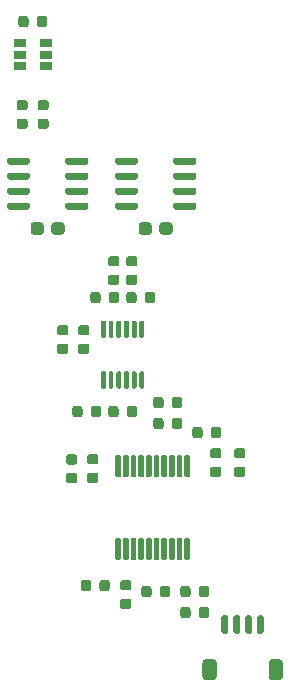
<source format=gtp>
%TF.GenerationSoftware,KiCad,Pcbnew,(5.1.10)-1*%
%TF.CreationDate,2021-06-08T21:02:16-05:00*%
%TF.ProjectId,phMeter,70684d65-7465-4722-9e6b-696361645f70,rev?*%
%TF.SameCoordinates,Original*%
%TF.FileFunction,Paste,Top*%
%TF.FilePolarity,Positive*%
%FSLAX46Y46*%
G04 Gerber Fmt 4.6, Leading zero omitted, Abs format (unit mm)*
G04 Created by KiCad (PCBNEW (5.1.10)-1) date 2021-06-08 21:02:16*
%MOMM*%
%LPD*%
G01*
G04 APERTURE LIST*
%ADD10R,1.060000X0.650000*%
G04 APERTURE END LIST*
%TO.C,R3*%
G36*
G01*
X149608250Y-103333000D02*
X149095750Y-103333000D01*
G75*
G02*
X148877000Y-103114250I0J218750D01*
G01*
X148877000Y-102676750D01*
G75*
G02*
X149095750Y-102458000I218750J0D01*
G01*
X149608250Y-102458000D01*
G75*
G02*
X149827000Y-102676750I0J-218750D01*
G01*
X149827000Y-103114250D01*
G75*
G02*
X149608250Y-103333000I-218750J0D01*
G01*
G37*
G36*
G01*
X149608250Y-101758000D02*
X149095750Y-101758000D01*
G75*
G02*
X148877000Y-101539250I0J218750D01*
G01*
X148877000Y-101101750D01*
G75*
G02*
X149095750Y-100883000I218750J0D01*
G01*
X149608250Y-100883000D01*
G75*
G02*
X149827000Y-101101750I0J-218750D01*
G01*
X149827000Y-101539250D01*
G75*
G02*
X149608250Y-101758000I-218750J0D01*
G01*
G37*
%TD*%
%TO.C,C5*%
G36*
G01*
X150464000Y-104650250D02*
X150464000Y-104137750D01*
G75*
G02*
X150682750Y-103919000I218750J0D01*
G01*
X151120250Y-103919000D01*
G75*
G02*
X151339000Y-104137750I0J-218750D01*
G01*
X151339000Y-104650250D01*
G75*
G02*
X151120250Y-104869000I-218750J0D01*
G01*
X150682750Y-104869000D01*
G75*
G02*
X150464000Y-104650250I0J218750D01*
G01*
G37*
G36*
G01*
X148889000Y-104650250D02*
X148889000Y-104137750D01*
G75*
G02*
X149107750Y-103919000I218750J0D01*
G01*
X149545250Y-103919000D01*
G75*
G02*
X149764000Y-104137750I0J-218750D01*
G01*
X149764000Y-104650250D01*
G75*
G02*
X149545250Y-104869000I-218750J0D01*
G01*
X149107750Y-104869000D01*
G75*
G02*
X148889000Y-104650250I0J218750D01*
G01*
G37*
%TD*%
%TO.C,C1*%
G36*
G01*
X146767000Y-113789750D02*
X146767000Y-114302250D01*
G75*
G02*
X146548250Y-114521000I-218750J0D01*
G01*
X146110750Y-114521000D01*
G75*
G02*
X145892000Y-114302250I0J218750D01*
G01*
X145892000Y-113789750D01*
G75*
G02*
X146110750Y-113571000I218750J0D01*
G01*
X146548250Y-113571000D01*
G75*
G02*
X146767000Y-113789750I0J-218750D01*
G01*
G37*
G36*
G01*
X145192000Y-113789750D02*
X145192000Y-114302250D01*
G75*
G02*
X144973250Y-114521000I-218750J0D01*
G01*
X144535750Y-114521000D01*
G75*
G02*
X144317000Y-114302250I0J218750D01*
G01*
X144317000Y-113789750D01*
G75*
G02*
X144535750Y-113571000I218750J0D01*
G01*
X144973250Y-113571000D01*
G75*
G02*
X145192000Y-113789750I0J-218750D01*
G01*
G37*
%TD*%
%TO.C,C2*%
G36*
G01*
X145031750Y-106725000D02*
X145544250Y-106725000D01*
G75*
G02*
X145763000Y-106943750I0J-218750D01*
G01*
X145763000Y-107381250D01*
G75*
G02*
X145544250Y-107600000I-218750J0D01*
G01*
X145031750Y-107600000D01*
G75*
G02*
X144813000Y-107381250I0J218750D01*
G01*
X144813000Y-106943750D01*
G75*
G02*
X145031750Y-106725000I218750J0D01*
G01*
G37*
G36*
G01*
X145031750Y-108300000D02*
X145544250Y-108300000D01*
G75*
G02*
X145763000Y-108518750I0J-218750D01*
G01*
X145763000Y-108956250D01*
G75*
G02*
X145544250Y-109175000I-218750J0D01*
G01*
X145031750Y-109175000D01*
G75*
G02*
X144813000Y-108956250I0J218750D01*
G01*
X144813000Y-108518750D01*
G75*
G02*
X145031750Y-108300000I218750J0D01*
G01*
G37*
%TD*%
%TO.C,C3*%
G36*
G01*
X143253750Y-108300000D02*
X143766250Y-108300000D01*
G75*
G02*
X143985000Y-108518750I0J-218750D01*
G01*
X143985000Y-108956250D01*
G75*
G02*
X143766250Y-109175000I-218750J0D01*
G01*
X143253750Y-109175000D01*
G75*
G02*
X143035000Y-108956250I0J218750D01*
G01*
X143035000Y-108518750D01*
G75*
G02*
X143253750Y-108300000I218750J0D01*
G01*
G37*
G36*
G01*
X143253750Y-106725000D02*
X143766250Y-106725000D01*
G75*
G02*
X143985000Y-106943750I0J-218750D01*
G01*
X143985000Y-107381250D01*
G75*
G02*
X143766250Y-107600000I-218750J0D01*
G01*
X143253750Y-107600000D01*
G75*
G02*
X143035000Y-107381250I0J218750D01*
G01*
X143035000Y-106943750D01*
G75*
G02*
X143253750Y-106725000I218750J0D01*
G01*
G37*
%TD*%
%TO.C,C4*%
G36*
G01*
X148940000Y-114302250D02*
X148940000Y-113789750D01*
G75*
G02*
X149158750Y-113571000I218750J0D01*
G01*
X149596250Y-113571000D01*
G75*
G02*
X149815000Y-113789750I0J-218750D01*
G01*
X149815000Y-114302250D01*
G75*
G02*
X149596250Y-114521000I-218750J0D01*
G01*
X149158750Y-114521000D01*
G75*
G02*
X148940000Y-114302250I0J218750D01*
G01*
G37*
G36*
G01*
X147365000Y-114302250D02*
X147365000Y-113789750D01*
G75*
G02*
X147583750Y-113571000I218750J0D01*
G01*
X148021250Y-113571000D01*
G75*
G02*
X148240000Y-113789750I0J-218750D01*
G01*
X148240000Y-114302250D01*
G75*
G02*
X148021250Y-114521000I-218750J0D01*
G01*
X147583750Y-114521000D01*
G75*
G02*
X147365000Y-114302250I0J218750D01*
G01*
G37*
%TD*%
%TO.C,C8*%
G36*
G01*
X156052000Y-116080250D02*
X156052000Y-115567750D01*
G75*
G02*
X156270750Y-115349000I218750J0D01*
G01*
X156708250Y-115349000D01*
G75*
G02*
X156927000Y-115567750I0J-218750D01*
G01*
X156927000Y-116080250D01*
G75*
G02*
X156708250Y-116299000I-218750J0D01*
G01*
X156270750Y-116299000D01*
G75*
G02*
X156052000Y-116080250I0J218750D01*
G01*
G37*
G36*
G01*
X154477000Y-116080250D02*
X154477000Y-115567750D01*
G75*
G02*
X154695750Y-115349000I218750J0D01*
G01*
X155133250Y-115349000D01*
G75*
G02*
X155352000Y-115567750I0J-218750D01*
G01*
X155352000Y-116080250D01*
G75*
G02*
X155133250Y-116299000I-218750J0D01*
G01*
X154695750Y-116299000D01*
G75*
G02*
X154477000Y-116080250I0J218750D01*
G01*
G37*
%TD*%
%TO.C,C9*%
G36*
G01*
X144528250Y-120122500D02*
X144015750Y-120122500D01*
G75*
G02*
X143797000Y-119903750I0J218750D01*
G01*
X143797000Y-119466250D01*
G75*
G02*
X144015750Y-119247500I218750J0D01*
G01*
X144528250Y-119247500D01*
G75*
G02*
X144747000Y-119466250I0J-218750D01*
G01*
X144747000Y-119903750D01*
G75*
G02*
X144528250Y-120122500I-218750J0D01*
G01*
G37*
G36*
G01*
X144528250Y-118547500D02*
X144015750Y-118547500D01*
G75*
G02*
X143797000Y-118328750I0J218750D01*
G01*
X143797000Y-117891250D01*
G75*
G02*
X144015750Y-117672500I218750J0D01*
G01*
X144528250Y-117672500D01*
G75*
G02*
X144747000Y-117891250I0J-218750D01*
G01*
X144747000Y-118328750D01*
G75*
G02*
X144528250Y-118547500I-218750J0D01*
G01*
G37*
%TD*%
%TO.C,C10*%
G36*
G01*
X146306250Y-118522000D02*
X145793750Y-118522000D01*
G75*
G02*
X145575000Y-118303250I0J218750D01*
G01*
X145575000Y-117865750D01*
G75*
G02*
X145793750Y-117647000I218750J0D01*
G01*
X146306250Y-117647000D01*
G75*
G02*
X146525000Y-117865750I0J-218750D01*
G01*
X146525000Y-118303250D01*
G75*
G02*
X146306250Y-118522000I-218750J0D01*
G01*
G37*
G36*
G01*
X146306250Y-120097000D02*
X145793750Y-120097000D01*
G75*
G02*
X145575000Y-119878250I0J218750D01*
G01*
X145575000Y-119440750D01*
G75*
G02*
X145793750Y-119222000I218750J0D01*
G01*
X146306250Y-119222000D01*
G75*
G02*
X146525000Y-119440750I0J-218750D01*
G01*
X146525000Y-119878250D01*
G75*
G02*
X146306250Y-120097000I-218750J0D01*
G01*
G37*
%TD*%
%TO.C,C11*%
G36*
G01*
X150159000Y-129542250D02*
X150159000Y-129029750D01*
G75*
G02*
X150377750Y-128811000I218750J0D01*
G01*
X150815250Y-128811000D01*
G75*
G02*
X151034000Y-129029750I0J-218750D01*
G01*
X151034000Y-129542250D01*
G75*
G02*
X150815250Y-129761000I-218750J0D01*
G01*
X150377750Y-129761000D01*
G75*
G02*
X150159000Y-129542250I0J218750D01*
G01*
G37*
G36*
G01*
X151734000Y-129542250D02*
X151734000Y-129029750D01*
G75*
G02*
X151952750Y-128811000I218750J0D01*
G01*
X152390250Y-128811000D01*
G75*
G02*
X152609000Y-129029750I0J-218750D01*
G01*
X152609000Y-129542250D01*
G75*
G02*
X152390250Y-129761000I-218750J0D01*
G01*
X151952750Y-129761000D01*
G75*
G02*
X151734000Y-129542250I0J218750D01*
G01*
G37*
%TD*%
%TO.C,C12*%
G36*
G01*
X155036000Y-129542250D02*
X155036000Y-129029750D01*
G75*
G02*
X155254750Y-128811000I218750J0D01*
G01*
X155692250Y-128811000D01*
G75*
G02*
X155911000Y-129029750I0J-218750D01*
G01*
X155911000Y-129542250D01*
G75*
G02*
X155692250Y-129761000I-218750J0D01*
G01*
X155254750Y-129761000D01*
G75*
G02*
X155036000Y-129542250I0J218750D01*
G01*
G37*
G36*
G01*
X153461000Y-129542250D02*
X153461000Y-129029750D01*
G75*
G02*
X153679750Y-128811000I218750J0D01*
G01*
X154117250Y-128811000D01*
G75*
G02*
X154336000Y-129029750I0J-218750D01*
G01*
X154336000Y-129542250D01*
G75*
G02*
X154117250Y-129761000I-218750J0D01*
G01*
X153679750Y-129761000D01*
G75*
G02*
X153461000Y-129542250I0J218750D01*
G01*
G37*
%TD*%
%TO.C,C13*%
G36*
G01*
X153461000Y-131320250D02*
X153461000Y-130807750D01*
G75*
G02*
X153679750Y-130589000I218750J0D01*
G01*
X154117250Y-130589000D01*
G75*
G02*
X154336000Y-130807750I0J-218750D01*
G01*
X154336000Y-131320250D01*
G75*
G02*
X154117250Y-131539000I-218750J0D01*
G01*
X153679750Y-131539000D01*
G75*
G02*
X153461000Y-131320250I0J218750D01*
G01*
G37*
G36*
G01*
X155036000Y-131320250D02*
X155036000Y-130807750D01*
G75*
G02*
X155254750Y-130589000I218750J0D01*
G01*
X155692250Y-130589000D01*
G75*
G02*
X155911000Y-130807750I0J-218750D01*
G01*
X155911000Y-131320250D01*
G75*
G02*
X155692250Y-131539000I-218750J0D01*
G01*
X155254750Y-131539000D01*
G75*
G02*
X155036000Y-131320250I0J218750D01*
G01*
G37*
%TD*%
%TO.C,C15*%
G36*
G01*
X139745000Y-81282250D02*
X139745000Y-80769750D01*
G75*
G02*
X139963750Y-80551000I218750J0D01*
G01*
X140401250Y-80551000D01*
G75*
G02*
X140620000Y-80769750I0J-218750D01*
G01*
X140620000Y-81282250D01*
G75*
G02*
X140401250Y-81501000I-218750J0D01*
G01*
X139963750Y-81501000D01*
G75*
G02*
X139745000Y-81282250I0J218750D01*
G01*
G37*
G36*
G01*
X141320000Y-81282250D02*
X141320000Y-80769750D01*
G75*
G02*
X141538750Y-80551000I218750J0D01*
G01*
X141976250Y-80551000D01*
G75*
G02*
X142195000Y-80769750I0J-218750D01*
G01*
X142195000Y-81282250D01*
G75*
G02*
X141976250Y-81501000I-218750J0D01*
G01*
X141538750Y-81501000D01*
G75*
G02*
X141320000Y-81282250I0J218750D01*
G01*
G37*
%TD*%
%TO.C,J2*%
G36*
G01*
X160550000Y-131455000D02*
X160550000Y-132705000D01*
G75*
G02*
X160400000Y-132855000I-150000J0D01*
G01*
X160100000Y-132855000D01*
G75*
G02*
X159950000Y-132705000I0J150000D01*
G01*
X159950000Y-131455000D01*
G75*
G02*
X160100000Y-131305000I150000J0D01*
G01*
X160400000Y-131305000D01*
G75*
G02*
X160550000Y-131455000I0J-150000D01*
G01*
G37*
G36*
G01*
X159550000Y-131455000D02*
X159550000Y-132705000D01*
G75*
G02*
X159400000Y-132855000I-150000J0D01*
G01*
X159100000Y-132855000D01*
G75*
G02*
X158950000Y-132705000I0J150000D01*
G01*
X158950000Y-131455000D01*
G75*
G02*
X159100000Y-131305000I150000J0D01*
G01*
X159400000Y-131305000D01*
G75*
G02*
X159550000Y-131455000I0J-150000D01*
G01*
G37*
G36*
G01*
X158550000Y-131455000D02*
X158550000Y-132705000D01*
G75*
G02*
X158400000Y-132855000I-150000J0D01*
G01*
X158100000Y-132855000D01*
G75*
G02*
X157950000Y-132705000I0J150000D01*
G01*
X157950000Y-131455000D01*
G75*
G02*
X158100000Y-131305000I150000J0D01*
G01*
X158400000Y-131305000D01*
G75*
G02*
X158550000Y-131455000I0J-150000D01*
G01*
G37*
G36*
G01*
X157550000Y-131455000D02*
X157550000Y-132705000D01*
G75*
G02*
X157400000Y-132855000I-150000J0D01*
G01*
X157100000Y-132855000D01*
G75*
G02*
X156950000Y-132705000I0J150000D01*
G01*
X156950000Y-131455000D01*
G75*
G02*
X157100000Y-131305000I150000J0D01*
G01*
X157400000Y-131305000D01*
G75*
G02*
X157550000Y-131455000I0J-150000D01*
G01*
G37*
G36*
G01*
X162150000Y-135305000D02*
X162150000Y-136505000D01*
G75*
G02*
X161850000Y-136805000I-300000J0D01*
G01*
X161250000Y-136805000D01*
G75*
G02*
X160950000Y-136505000I0J300000D01*
G01*
X160950000Y-135305000D01*
G75*
G02*
X161250000Y-135005000I300000J0D01*
G01*
X161850000Y-135005000D01*
G75*
G02*
X162150000Y-135305000I0J-300000D01*
G01*
G37*
G36*
G01*
X156550000Y-135305000D02*
X156550000Y-136505000D01*
G75*
G02*
X156250000Y-136805000I-300000J0D01*
G01*
X155650000Y-136805000D01*
G75*
G02*
X155350000Y-136505000I0J300000D01*
G01*
X155350000Y-135305000D01*
G75*
G02*
X155650000Y-135005000I300000J0D01*
G01*
X156250000Y-135005000D01*
G75*
G02*
X156550000Y-135305000I0J-300000D01*
G01*
G37*
%TD*%
%TO.C,R1*%
G36*
G01*
X152050000Y-113027750D02*
X152050000Y-113540250D01*
G75*
G02*
X151831250Y-113759000I-218750J0D01*
G01*
X151393750Y-113759000D01*
G75*
G02*
X151175000Y-113540250I0J218750D01*
G01*
X151175000Y-113027750D01*
G75*
G02*
X151393750Y-112809000I218750J0D01*
G01*
X151831250Y-112809000D01*
G75*
G02*
X152050000Y-113027750I0J-218750D01*
G01*
G37*
G36*
G01*
X153625000Y-113027750D02*
X153625000Y-113540250D01*
G75*
G02*
X153406250Y-113759000I-218750J0D01*
G01*
X152968750Y-113759000D01*
G75*
G02*
X152750000Y-113540250I0J218750D01*
G01*
X152750000Y-113027750D01*
G75*
G02*
X152968750Y-112809000I218750J0D01*
G01*
X153406250Y-112809000D01*
G75*
G02*
X153625000Y-113027750I0J-218750D01*
G01*
G37*
%TD*%
%TO.C,R2*%
G36*
G01*
X153625000Y-114805750D02*
X153625000Y-115318250D01*
G75*
G02*
X153406250Y-115537000I-218750J0D01*
G01*
X152968750Y-115537000D01*
G75*
G02*
X152750000Y-115318250I0J218750D01*
G01*
X152750000Y-114805750D01*
G75*
G02*
X152968750Y-114587000I218750J0D01*
G01*
X153406250Y-114587000D01*
G75*
G02*
X153625000Y-114805750I0J-218750D01*
G01*
G37*
G36*
G01*
X152050000Y-114805750D02*
X152050000Y-115318250D01*
G75*
G02*
X151831250Y-115537000I-218750J0D01*
G01*
X151393750Y-115537000D01*
G75*
G02*
X151175000Y-115318250I0J218750D01*
G01*
X151175000Y-114805750D01*
G75*
G02*
X151393750Y-114587000I218750J0D01*
G01*
X151831250Y-114587000D01*
G75*
G02*
X152050000Y-114805750I0J-218750D01*
G01*
G37*
%TD*%
%TO.C,R5*%
G36*
G01*
X145053500Y-129034250D02*
X145053500Y-128521750D01*
G75*
G02*
X145272250Y-128303000I218750J0D01*
G01*
X145709750Y-128303000D01*
G75*
G02*
X145928500Y-128521750I0J-218750D01*
G01*
X145928500Y-129034250D01*
G75*
G02*
X145709750Y-129253000I-218750J0D01*
G01*
X145272250Y-129253000D01*
G75*
G02*
X145053500Y-129034250I0J218750D01*
G01*
G37*
G36*
G01*
X146628500Y-129034250D02*
X146628500Y-128521750D01*
G75*
G02*
X146847250Y-128303000I218750J0D01*
G01*
X147284750Y-128303000D01*
G75*
G02*
X147503500Y-128521750I0J-218750D01*
G01*
X147503500Y-129034250D01*
G75*
G02*
X147284750Y-129253000I-218750J0D01*
G01*
X146847250Y-129253000D01*
G75*
G02*
X146628500Y-129034250I0J218750D01*
G01*
G37*
%TD*%
%TO.C,R6*%
G36*
G01*
X149100250Y-129190000D02*
X148587750Y-129190000D01*
G75*
G02*
X148369000Y-128971250I0J218750D01*
G01*
X148369000Y-128533750D01*
G75*
G02*
X148587750Y-128315000I218750J0D01*
G01*
X149100250Y-128315000D01*
G75*
G02*
X149319000Y-128533750I0J-218750D01*
G01*
X149319000Y-128971250D01*
G75*
G02*
X149100250Y-129190000I-218750J0D01*
G01*
G37*
G36*
G01*
X149100250Y-130765000D02*
X148587750Y-130765000D01*
G75*
G02*
X148369000Y-130546250I0J218750D01*
G01*
X148369000Y-130108750D01*
G75*
G02*
X148587750Y-129890000I218750J0D01*
G01*
X149100250Y-129890000D01*
G75*
G02*
X149319000Y-130108750I0J-218750D01*
G01*
X149319000Y-130546250D01*
G75*
G02*
X149100250Y-130765000I-218750J0D01*
G01*
G37*
%TD*%
%TO.C,R7*%
G36*
G01*
X156207750Y-117139000D02*
X156720250Y-117139000D01*
G75*
G02*
X156939000Y-117357750I0J-218750D01*
G01*
X156939000Y-117795250D01*
G75*
G02*
X156720250Y-118014000I-218750J0D01*
G01*
X156207750Y-118014000D01*
G75*
G02*
X155989000Y-117795250I0J218750D01*
G01*
X155989000Y-117357750D01*
G75*
G02*
X156207750Y-117139000I218750J0D01*
G01*
G37*
G36*
G01*
X156207750Y-118714000D02*
X156720250Y-118714000D01*
G75*
G02*
X156939000Y-118932750I0J-218750D01*
G01*
X156939000Y-119370250D01*
G75*
G02*
X156720250Y-119589000I-218750J0D01*
G01*
X156207750Y-119589000D01*
G75*
G02*
X155989000Y-119370250I0J218750D01*
G01*
X155989000Y-118932750D01*
G75*
G02*
X156207750Y-118714000I218750J0D01*
G01*
G37*
%TD*%
%TO.C,R8*%
G36*
G01*
X158752250Y-118014000D02*
X158239750Y-118014000D01*
G75*
G02*
X158021000Y-117795250I0J218750D01*
G01*
X158021000Y-117357750D01*
G75*
G02*
X158239750Y-117139000I218750J0D01*
G01*
X158752250Y-117139000D01*
G75*
G02*
X158971000Y-117357750I0J-218750D01*
G01*
X158971000Y-117795250D01*
G75*
G02*
X158752250Y-118014000I-218750J0D01*
G01*
G37*
G36*
G01*
X158752250Y-119589000D02*
X158239750Y-119589000D01*
G75*
G02*
X158021000Y-119370250I0J218750D01*
G01*
X158021000Y-118932750D01*
G75*
G02*
X158239750Y-118714000I218750J0D01*
G01*
X158752250Y-118714000D01*
G75*
G02*
X158971000Y-118932750I0J-218750D01*
G01*
X158971000Y-119370250D01*
G75*
G02*
X158752250Y-119589000I-218750J0D01*
G01*
G37*
%TD*%
%TO.C,U2*%
G36*
G01*
X152884000Y-92987000D02*
X152884000Y-92687000D01*
G75*
G02*
X153034000Y-92537000I150000J0D01*
G01*
X154684000Y-92537000D01*
G75*
G02*
X154834000Y-92687000I0J-150000D01*
G01*
X154834000Y-92987000D01*
G75*
G02*
X154684000Y-93137000I-150000J0D01*
G01*
X153034000Y-93137000D01*
G75*
G02*
X152884000Y-92987000I0J150000D01*
G01*
G37*
G36*
G01*
X152884000Y-94257000D02*
X152884000Y-93957000D01*
G75*
G02*
X153034000Y-93807000I150000J0D01*
G01*
X154684000Y-93807000D01*
G75*
G02*
X154834000Y-93957000I0J-150000D01*
G01*
X154834000Y-94257000D01*
G75*
G02*
X154684000Y-94407000I-150000J0D01*
G01*
X153034000Y-94407000D01*
G75*
G02*
X152884000Y-94257000I0J150000D01*
G01*
G37*
G36*
G01*
X152884000Y-95527000D02*
X152884000Y-95227000D01*
G75*
G02*
X153034000Y-95077000I150000J0D01*
G01*
X154684000Y-95077000D01*
G75*
G02*
X154834000Y-95227000I0J-150000D01*
G01*
X154834000Y-95527000D01*
G75*
G02*
X154684000Y-95677000I-150000J0D01*
G01*
X153034000Y-95677000D01*
G75*
G02*
X152884000Y-95527000I0J150000D01*
G01*
G37*
G36*
G01*
X152884000Y-96797000D02*
X152884000Y-96497000D01*
G75*
G02*
X153034000Y-96347000I150000J0D01*
G01*
X154684000Y-96347000D01*
G75*
G02*
X154834000Y-96497000I0J-150000D01*
G01*
X154834000Y-96797000D01*
G75*
G02*
X154684000Y-96947000I-150000J0D01*
G01*
X153034000Y-96947000D01*
G75*
G02*
X152884000Y-96797000I0J150000D01*
G01*
G37*
G36*
G01*
X147934000Y-96797000D02*
X147934000Y-96497000D01*
G75*
G02*
X148084000Y-96347000I150000J0D01*
G01*
X149734000Y-96347000D01*
G75*
G02*
X149884000Y-96497000I0J-150000D01*
G01*
X149884000Y-96797000D01*
G75*
G02*
X149734000Y-96947000I-150000J0D01*
G01*
X148084000Y-96947000D01*
G75*
G02*
X147934000Y-96797000I0J150000D01*
G01*
G37*
G36*
G01*
X147934000Y-95527000D02*
X147934000Y-95227000D01*
G75*
G02*
X148084000Y-95077000I150000J0D01*
G01*
X149734000Y-95077000D01*
G75*
G02*
X149884000Y-95227000I0J-150000D01*
G01*
X149884000Y-95527000D01*
G75*
G02*
X149734000Y-95677000I-150000J0D01*
G01*
X148084000Y-95677000D01*
G75*
G02*
X147934000Y-95527000I0J150000D01*
G01*
G37*
G36*
G01*
X147934000Y-94257000D02*
X147934000Y-93957000D01*
G75*
G02*
X148084000Y-93807000I150000J0D01*
G01*
X149734000Y-93807000D01*
G75*
G02*
X149884000Y-93957000I0J-150000D01*
G01*
X149884000Y-94257000D01*
G75*
G02*
X149734000Y-94407000I-150000J0D01*
G01*
X148084000Y-94407000D01*
G75*
G02*
X147934000Y-94257000I0J150000D01*
G01*
G37*
G36*
G01*
X147934000Y-92987000D02*
X147934000Y-92687000D01*
G75*
G02*
X148084000Y-92537000I150000J0D01*
G01*
X149734000Y-92537000D01*
G75*
G02*
X149884000Y-92687000I0J-150000D01*
G01*
X149884000Y-92987000D01*
G75*
G02*
X149734000Y-93137000I-150000J0D01*
G01*
X148084000Y-93137000D01*
G75*
G02*
X147934000Y-92987000I0J150000D01*
G01*
G37*
%TD*%
%TO.C,U4*%
G36*
G01*
X138790000Y-92987000D02*
X138790000Y-92687000D01*
G75*
G02*
X138940000Y-92537000I150000J0D01*
G01*
X140590000Y-92537000D01*
G75*
G02*
X140740000Y-92687000I0J-150000D01*
G01*
X140740000Y-92987000D01*
G75*
G02*
X140590000Y-93137000I-150000J0D01*
G01*
X138940000Y-93137000D01*
G75*
G02*
X138790000Y-92987000I0J150000D01*
G01*
G37*
G36*
G01*
X138790000Y-94257000D02*
X138790000Y-93957000D01*
G75*
G02*
X138940000Y-93807000I150000J0D01*
G01*
X140590000Y-93807000D01*
G75*
G02*
X140740000Y-93957000I0J-150000D01*
G01*
X140740000Y-94257000D01*
G75*
G02*
X140590000Y-94407000I-150000J0D01*
G01*
X138940000Y-94407000D01*
G75*
G02*
X138790000Y-94257000I0J150000D01*
G01*
G37*
G36*
G01*
X138790000Y-95527000D02*
X138790000Y-95227000D01*
G75*
G02*
X138940000Y-95077000I150000J0D01*
G01*
X140590000Y-95077000D01*
G75*
G02*
X140740000Y-95227000I0J-150000D01*
G01*
X140740000Y-95527000D01*
G75*
G02*
X140590000Y-95677000I-150000J0D01*
G01*
X138940000Y-95677000D01*
G75*
G02*
X138790000Y-95527000I0J150000D01*
G01*
G37*
G36*
G01*
X138790000Y-96797000D02*
X138790000Y-96497000D01*
G75*
G02*
X138940000Y-96347000I150000J0D01*
G01*
X140590000Y-96347000D01*
G75*
G02*
X140740000Y-96497000I0J-150000D01*
G01*
X140740000Y-96797000D01*
G75*
G02*
X140590000Y-96947000I-150000J0D01*
G01*
X138940000Y-96947000D01*
G75*
G02*
X138790000Y-96797000I0J150000D01*
G01*
G37*
G36*
G01*
X143740000Y-96797000D02*
X143740000Y-96497000D01*
G75*
G02*
X143890000Y-96347000I150000J0D01*
G01*
X145540000Y-96347000D01*
G75*
G02*
X145690000Y-96497000I0J-150000D01*
G01*
X145690000Y-96797000D01*
G75*
G02*
X145540000Y-96947000I-150000J0D01*
G01*
X143890000Y-96947000D01*
G75*
G02*
X143740000Y-96797000I0J150000D01*
G01*
G37*
G36*
G01*
X143740000Y-95527000D02*
X143740000Y-95227000D01*
G75*
G02*
X143890000Y-95077000I150000J0D01*
G01*
X145540000Y-95077000D01*
G75*
G02*
X145690000Y-95227000I0J-150000D01*
G01*
X145690000Y-95527000D01*
G75*
G02*
X145540000Y-95677000I-150000J0D01*
G01*
X143890000Y-95677000D01*
G75*
G02*
X143740000Y-95527000I0J150000D01*
G01*
G37*
G36*
G01*
X143740000Y-94257000D02*
X143740000Y-93957000D01*
G75*
G02*
X143890000Y-93807000I150000J0D01*
G01*
X145540000Y-93807000D01*
G75*
G02*
X145690000Y-93957000I0J-150000D01*
G01*
X145690000Y-94257000D01*
G75*
G02*
X145540000Y-94407000I-150000J0D01*
G01*
X143890000Y-94407000D01*
G75*
G02*
X143740000Y-94257000I0J150000D01*
G01*
G37*
G36*
G01*
X143740000Y-92987000D02*
X143740000Y-92687000D01*
G75*
G02*
X143890000Y-92537000I150000J0D01*
G01*
X145540000Y-92537000D01*
G75*
G02*
X145690000Y-92687000I0J-150000D01*
G01*
X145690000Y-92987000D01*
G75*
G02*
X145540000Y-93137000I-150000J0D01*
G01*
X143890000Y-93137000D01*
G75*
G02*
X143740000Y-92987000I0J150000D01*
G01*
G37*
%TD*%
%TO.C,U3*%
G36*
G01*
X148330000Y-126624000D02*
X148080000Y-126624000D01*
G75*
G02*
X147955000Y-126499000I0J125000D01*
G01*
X147955000Y-124849000D01*
G75*
G02*
X148080000Y-124724000I125000J0D01*
G01*
X148330000Y-124724000D01*
G75*
G02*
X148455000Y-124849000I0J-125000D01*
G01*
X148455000Y-126499000D01*
G75*
G02*
X148330000Y-126624000I-125000J0D01*
G01*
G37*
G36*
G01*
X148980000Y-126624000D02*
X148730000Y-126624000D01*
G75*
G02*
X148605000Y-126499000I0J125000D01*
G01*
X148605000Y-124849000D01*
G75*
G02*
X148730000Y-124724000I125000J0D01*
G01*
X148980000Y-124724000D01*
G75*
G02*
X149105000Y-124849000I0J-125000D01*
G01*
X149105000Y-126499000D01*
G75*
G02*
X148980000Y-126624000I-125000J0D01*
G01*
G37*
G36*
G01*
X149630000Y-126624000D02*
X149380000Y-126624000D01*
G75*
G02*
X149255000Y-126499000I0J125000D01*
G01*
X149255000Y-124849000D01*
G75*
G02*
X149380000Y-124724000I125000J0D01*
G01*
X149630000Y-124724000D01*
G75*
G02*
X149755000Y-124849000I0J-125000D01*
G01*
X149755000Y-126499000D01*
G75*
G02*
X149630000Y-126624000I-125000J0D01*
G01*
G37*
G36*
G01*
X150280000Y-126624000D02*
X150030000Y-126624000D01*
G75*
G02*
X149905000Y-126499000I0J125000D01*
G01*
X149905000Y-124849000D01*
G75*
G02*
X150030000Y-124724000I125000J0D01*
G01*
X150280000Y-124724000D01*
G75*
G02*
X150405000Y-124849000I0J-125000D01*
G01*
X150405000Y-126499000D01*
G75*
G02*
X150280000Y-126624000I-125000J0D01*
G01*
G37*
G36*
G01*
X150930000Y-126624000D02*
X150680000Y-126624000D01*
G75*
G02*
X150555000Y-126499000I0J125000D01*
G01*
X150555000Y-124849000D01*
G75*
G02*
X150680000Y-124724000I125000J0D01*
G01*
X150930000Y-124724000D01*
G75*
G02*
X151055000Y-124849000I0J-125000D01*
G01*
X151055000Y-126499000D01*
G75*
G02*
X150930000Y-126624000I-125000J0D01*
G01*
G37*
G36*
G01*
X151580000Y-126624000D02*
X151330000Y-126624000D01*
G75*
G02*
X151205000Y-126499000I0J125000D01*
G01*
X151205000Y-124849000D01*
G75*
G02*
X151330000Y-124724000I125000J0D01*
G01*
X151580000Y-124724000D01*
G75*
G02*
X151705000Y-124849000I0J-125000D01*
G01*
X151705000Y-126499000D01*
G75*
G02*
X151580000Y-126624000I-125000J0D01*
G01*
G37*
G36*
G01*
X152230000Y-126624000D02*
X151980000Y-126624000D01*
G75*
G02*
X151855000Y-126499000I0J125000D01*
G01*
X151855000Y-124849000D01*
G75*
G02*
X151980000Y-124724000I125000J0D01*
G01*
X152230000Y-124724000D01*
G75*
G02*
X152355000Y-124849000I0J-125000D01*
G01*
X152355000Y-126499000D01*
G75*
G02*
X152230000Y-126624000I-125000J0D01*
G01*
G37*
G36*
G01*
X152880000Y-126624000D02*
X152630000Y-126624000D01*
G75*
G02*
X152505000Y-126499000I0J125000D01*
G01*
X152505000Y-124849000D01*
G75*
G02*
X152630000Y-124724000I125000J0D01*
G01*
X152880000Y-124724000D01*
G75*
G02*
X153005000Y-124849000I0J-125000D01*
G01*
X153005000Y-126499000D01*
G75*
G02*
X152880000Y-126624000I-125000J0D01*
G01*
G37*
G36*
G01*
X153530000Y-126624000D02*
X153280000Y-126624000D01*
G75*
G02*
X153155000Y-126499000I0J125000D01*
G01*
X153155000Y-124849000D01*
G75*
G02*
X153280000Y-124724000I125000J0D01*
G01*
X153530000Y-124724000D01*
G75*
G02*
X153655000Y-124849000I0J-125000D01*
G01*
X153655000Y-126499000D01*
G75*
G02*
X153530000Y-126624000I-125000J0D01*
G01*
G37*
G36*
G01*
X154180000Y-126624000D02*
X153930000Y-126624000D01*
G75*
G02*
X153805000Y-126499000I0J125000D01*
G01*
X153805000Y-124849000D01*
G75*
G02*
X153930000Y-124724000I125000J0D01*
G01*
X154180000Y-124724000D01*
G75*
G02*
X154305000Y-124849000I0J-125000D01*
G01*
X154305000Y-126499000D01*
G75*
G02*
X154180000Y-126624000I-125000J0D01*
G01*
G37*
G36*
G01*
X154180000Y-119624000D02*
X153930000Y-119624000D01*
G75*
G02*
X153805000Y-119499000I0J125000D01*
G01*
X153805000Y-117849000D01*
G75*
G02*
X153930000Y-117724000I125000J0D01*
G01*
X154180000Y-117724000D01*
G75*
G02*
X154305000Y-117849000I0J-125000D01*
G01*
X154305000Y-119499000D01*
G75*
G02*
X154180000Y-119624000I-125000J0D01*
G01*
G37*
G36*
G01*
X153530000Y-119624000D02*
X153280000Y-119624000D01*
G75*
G02*
X153155000Y-119499000I0J125000D01*
G01*
X153155000Y-117849000D01*
G75*
G02*
X153280000Y-117724000I125000J0D01*
G01*
X153530000Y-117724000D01*
G75*
G02*
X153655000Y-117849000I0J-125000D01*
G01*
X153655000Y-119499000D01*
G75*
G02*
X153530000Y-119624000I-125000J0D01*
G01*
G37*
G36*
G01*
X152880000Y-119624000D02*
X152630000Y-119624000D01*
G75*
G02*
X152505000Y-119499000I0J125000D01*
G01*
X152505000Y-117849000D01*
G75*
G02*
X152630000Y-117724000I125000J0D01*
G01*
X152880000Y-117724000D01*
G75*
G02*
X153005000Y-117849000I0J-125000D01*
G01*
X153005000Y-119499000D01*
G75*
G02*
X152880000Y-119624000I-125000J0D01*
G01*
G37*
G36*
G01*
X152230000Y-119624000D02*
X151980000Y-119624000D01*
G75*
G02*
X151855000Y-119499000I0J125000D01*
G01*
X151855000Y-117849000D01*
G75*
G02*
X151980000Y-117724000I125000J0D01*
G01*
X152230000Y-117724000D01*
G75*
G02*
X152355000Y-117849000I0J-125000D01*
G01*
X152355000Y-119499000D01*
G75*
G02*
X152230000Y-119624000I-125000J0D01*
G01*
G37*
G36*
G01*
X151580000Y-119624000D02*
X151330000Y-119624000D01*
G75*
G02*
X151205000Y-119499000I0J125000D01*
G01*
X151205000Y-117849000D01*
G75*
G02*
X151330000Y-117724000I125000J0D01*
G01*
X151580000Y-117724000D01*
G75*
G02*
X151705000Y-117849000I0J-125000D01*
G01*
X151705000Y-119499000D01*
G75*
G02*
X151580000Y-119624000I-125000J0D01*
G01*
G37*
G36*
G01*
X150930000Y-119624000D02*
X150680000Y-119624000D01*
G75*
G02*
X150555000Y-119499000I0J125000D01*
G01*
X150555000Y-117849000D01*
G75*
G02*
X150680000Y-117724000I125000J0D01*
G01*
X150930000Y-117724000D01*
G75*
G02*
X151055000Y-117849000I0J-125000D01*
G01*
X151055000Y-119499000D01*
G75*
G02*
X150930000Y-119624000I-125000J0D01*
G01*
G37*
G36*
G01*
X150280000Y-119624000D02*
X150030000Y-119624000D01*
G75*
G02*
X149905000Y-119499000I0J125000D01*
G01*
X149905000Y-117849000D01*
G75*
G02*
X150030000Y-117724000I125000J0D01*
G01*
X150280000Y-117724000D01*
G75*
G02*
X150405000Y-117849000I0J-125000D01*
G01*
X150405000Y-119499000D01*
G75*
G02*
X150280000Y-119624000I-125000J0D01*
G01*
G37*
G36*
G01*
X149630000Y-119624000D02*
X149380000Y-119624000D01*
G75*
G02*
X149255000Y-119499000I0J125000D01*
G01*
X149255000Y-117849000D01*
G75*
G02*
X149380000Y-117724000I125000J0D01*
G01*
X149630000Y-117724000D01*
G75*
G02*
X149755000Y-117849000I0J-125000D01*
G01*
X149755000Y-119499000D01*
G75*
G02*
X149630000Y-119624000I-125000J0D01*
G01*
G37*
G36*
G01*
X148980000Y-119624000D02*
X148730000Y-119624000D01*
G75*
G02*
X148605000Y-119499000I0J125000D01*
G01*
X148605000Y-117849000D01*
G75*
G02*
X148730000Y-117724000I125000J0D01*
G01*
X148980000Y-117724000D01*
G75*
G02*
X149105000Y-117849000I0J-125000D01*
G01*
X149105000Y-119499000D01*
G75*
G02*
X148980000Y-119624000I-125000J0D01*
G01*
G37*
G36*
G01*
X148330000Y-119624000D02*
X148080000Y-119624000D01*
G75*
G02*
X147955000Y-119499000I0J125000D01*
G01*
X147955000Y-117849000D01*
G75*
G02*
X148080000Y-117724000I125000J0D01*
G01*
X148330000Y-117724000D01*
G75*
G02*
X148455000Y-117849000I0J-125000D01*
G01*
X148455000Y-119499000D01*
G75*
G02*
X148330000Y-119624000I-125000J0D01*
G01*
G37*
%TD*%
D10*
%TO.C,U5*%
X142070000Y-84770000D03*
X142070000Y-83820000D03*
X142070000Y-82870000D03*
X139870000Y-82870000D03*
X139870000Y-84770000D03*
X139870000Y-83820000D03*
%TD*%
%TO.C,C6*%
G36*
G01*
X148291000Y-104137750D02*
X148291000Y-104650250D01*
G75*
G02*
X148072250Y-104869000I-218750J0D01*
G01*
X147634750Y-104869000D01*
G75*
G02*
X147416000Y-104650250I0J218750D01*
G01*
X147416000Y-104137750D01*
G75*
G02*
X147634750Y-103919000I218750J0D01*
G01*
X148072250Y-103919000D01*
G75*
G02*
X148291000Y-104137750I0J-218750D01*
G01*
G37*
G36*
G01*
X146716000Y-104137750D02*
X146716000Y-104650250D01*
G75*
G02*
X146497250Y-104869000I-218750J0D01*
G01*
X146059750Y-104869000D01*
G75*
G02*
X145841000Y-104650250I0J218750D01*
G01*
X145841000Y-104137750D01*
G75*
G02*
X146059750Y-103919000I218750J0D01*
G01*
X146497250Y-103919000D01*
G75*
G02*
X146716000Y-104137750I0J-218750D01*
G01*
G37*
%TD*%
%TO.C,C7*%
G36*
G01*
X151059000Y-98276999D02*
X151059000Y-98827001D01*
G75*
G02*
X150809001Y-99077000I-249999J0D01*
G01*
X150183999Y-99077000D01*
G75*
G02*
X149934000Y-98827001I0J249999D01*
G01*
X149934000Y-98276999D01*
G75*
G02*
X150183999Y-98027000I249999J0D01*
G01*
X150809001Y-98027000D01*
G75*
G02*
X151059000Y-98276999I0J-249999D01*
G01*
G37*
G36*
G01*
X152834000Y-98276999D02*
X152834000Y-98827001D01*
G75*
G02*
X152584001Y-99077000I-249999J0D01*
G01*
X151958999Y-99077000D01*
G75*
G02*
X151709000Y-98827001I0J249999D01*
G01*
X151709000Y-98276999D01*
G75*
G02*
X151958999Y-98027000I249999J0D01*
G01*
X152584001Y-98027000D01*
G75*
G02*
X152834000Y-98276999I0J-249999D01*
G01*
G37*
%TD*%
%TO.C,C14*%
G36*
G01*
X143690000Y-98276999D02*
X143690000Y-98827001D01*
G75*
G02*
X143440001Y-99077000I-249999J0D01*
G01*
X142814999Y-99077000D01*
G75*
G02*
X142565000Y-98827001I0J249999D01*
G01*
X142565000Y-98276999D01*
G75*
G02*
X142814999Y-98027000I249999J0D01*
G01*
X143440001Y-98027000D01*
G75*
G02*
X143690000Y-98276999I0J-249999D01*
G01*
G37*
G36*
G01*
X141915000Y-98276999D02*
X141915000Y-98827001D01*
G75*
G02*
X141665001Y-99077000I-249999J0D01*
G01*
X141039999Y-99077000D01*
G75*
G02*
X140790000Y-98827001I0J249999D01*
G01*
X140790000Y-98276999D01*
G75*
G02*
X141039999Y-98027000I249999J0D01*
G01*
X141665001Y-98027000D01*
G75*
G02*
X141915000Y-98276999I0J-249999D01*
G01*
G37*
%TD*%
%TO.C,R4*%
G36*
G01*
X148084250Y-103333000D02*
X147571750Y-103333000D01*
G75*
G02*
X147353000Y-103114250I0J218750D01*
G01*
X147353000Y-102676750D01*
G75*
G02*
X147571750Y-102458000I218750J0D01*
G01*
X148084250Y-102458000D01*
G75*
G02*
X148303000Y-102676750I0J-218750D01*
G01*
X148303000Y-103114250D01*
G75*
G02*
X148084250Y-103333000I-218750J0D01*
G01*
G37*
G36*
G01*
X148084250Y-101758000D02*
X147571750Y-101758000D01*
G75*
G02*
X147353000Y-101539250I0J218750D01*
G01*
X147353000Y-101101750D01*
G75*
G02*
X147571750Y-100883000I218750J0D01*
G01*
X148084250Y-100883000D01*
G75*
G02*
X148303000Y-101101750I0J-218750D01*
G01*
X148303000Y-101539250D01*
G75*
G02*
X148084250Y-101758000I-218750J0D01*
G01*
G37*
%TD*%
%TO.C,R9*%
G36*
G01*
X141602750Y-87675000D02*
X142115250Y-87675000D01*
G75*
G02*
X142334000Y-87893750I0J-218750D01*
G01*
X142334000Y-88331250D01*
G75*
G02*
X142115250Y-88550000I-218750J0D01*
G01*
X141602750Y-88550000D01*
G75*
G02*
X141384000Y-88331250I0J218750D01*
G01*
X141384000Y-87893750D01*
G75*
G02*
X141602750Y-87675000I218750J0D01*
G01*
G37*
G36*
G01*
X141602750Y-89250000D02*
X142115250Y-89250000D01*
G75*
G02*
X142334000Y-89468750I0J-218750D01*
G01*
X142334000Y-89906250D01*
G75*
G02*
X142115250Y-90125000I-218750J0D01*
G01*
X141602750Y-90125000D01*
G75*
G02*
X141384000Y-89906250I0J218750D01*
G01*
X141384000Y-89468750D01*
G75*
G02*
X141602750Y-89250000I218750J0D01*
G01*
G37*
%TD*%
%TO.C,R10*%
G36*
G01*
X140337250Y-88550000D02*
X139824750Y-88550000D01*
G75*
G02*
X139606000Y-88331250I0J218750D01*
G01*
X139606000Y-87893750D01*
G75*
G02*
X139824750Y-87675000I218750J0D01*
G01*
X140337250Y-87675000D01*
G75*
G02*
X140556000Y-87893750I0J-218750D01*
G01*
X140556000Y-88331250D01*
G75*
G02*
X140337250Y-88550000I-218750J0D01*
G01*
G37*
G36*
G01*
X140337250Y-90125000D02*
X139824750Y-90125000D01*
G75*
G02*
X139606000Y-89906250I0J218750D01*
G01*
X139606000Y-89468750D01*
G75*
G02*
X139824750Y-89250000I218750J0D01*
G01*
X140337250Y-89250000D01*
G75*
G02*
X140556000Y-89468750I0J-218750D01*
G01*
X140556000Y-89906250D01*
G75*
G02*
X140337250Y-90125000I-218750J0D01*
G01*
G37*
%TD*%
%TO.C,U1*%
G36*
G01*
X147065000Y-112095000D02*
X146865000Y-112095000D01*
G75*
G02*
X146765000Y-111995000I0J100000D01*
G01*
X146765000Y-110745000D01*
G75*
G02*
X146865000Y-110645000I100000J0D01*
G01*
X147065000Y-110645000D01*
G75*
G02*
X147165000Y-110745000I0J-100000D01*
G01*
X147165000Y-111995000D01*
G75*
G02*
X147065000Y-112095000I-100000J0D01*
G01*
G37*
G36*
G01*
X147715000Y-112095000D02*
X147515000Y-112095000D01*
G75*
G02*
X147415000Y-111995000I0J100000D01*
G01*
X147415000Y-110745000D01*
G75*
G02*
X147515000Y-110645000I100000J0D01*
G01*
X147715000Y-110645000D01*
G75*
G02*
X147815000Y-110745000I0J-100000D01*
G01*
X147815000Y-111995000D01*
G75*
G02*
X147715000Y-112095000I-100000J0D01*
G01*
G37*
G36*
G01*
X148365000Y-112095000D02*
X148165000Y-112095000D01*
G75*
G02*
X148065000Y-111995000I0J100000D01*
G01*
X148065000Y-110745000D01*
G75*
G02*
X148165000Y-110645000I100000J0D01*
G01*
X148365000Y-110645000D01*
G75*
G02*
X148465000Y-110745000I0J-100000D01*
G01*
X148465000Y-111995000D01*
G75*
G02*
X148365000Y-112095000I-100000J0D01*
G01*
G37*
G36*
G01*
X149015000Y-112095000D02*
X148815000Y-112095000D01*
G75*
G02*
X148715000Y-111995000I0J100000D01*
G01*
X148715000Y-110745000D01*
G75*
G02*
X148815000Y-110645000I100000J0D01*
G01*
X149015000Y-110645000D01*
G75*
G02*
X149115000Y-110745000I0J-100000D01*
G01*
X149115000Y-111995000D01*
G75*
G02*
X149015000Y-112095000I-100000J0D01*
G01*
G37*
G36*
G01*
X149665000Y-112095000D02*
X149465000Y-112095000D01*
G75*
G02*
X149365000Y-111995000I0J100000D01*
G01*
X149365000Y-110745000D01*
G75*
G02*
X149465000Y-110645000I100000J0D01*
G01*
X149665000Y-110645000D01*
G75*
G02*
X149765000Y-110745000I0J-100000D01*
G01*
X149765000Y-111995000D01*
G75*
G02*
X149665000Y-112095000I-100000J0D01*
G01*
G37*
G36*
G01*
X150315000Y-112095000D02*
X150115000Y-112095000D01*
G75*
G02*
X150015000Y-111995000I0J100000D01*
G01*
X150015000Y-110745000D01*
G75*
G02*
X150115000Y-110645000I100000J0D01*
G01*
X150315000Y-110645000D01*
G75*
G02*
X150415000Y-110745000I0J-100000D01*
G01*
X150415000Y-111995000D01*
G75*
G02*
X150315000Y-112095000I-100000J0D01*
G01*
G37*
G36*
G01*
X150315000Y-107795000D02*
X150115000Y-107795000D01*
G75*
G02*
X150015000Y-107695000I0J100000D01*
G01*
X150015000Y-106445000D01*
G75*
G02*
X150115000Y-106345000I100000J0D01*
G01*
X150315000Y-106345000D01*
G75*
G02*
X150415000Y-106445000I0J-100000D01*
G01*
X150415000Y-107695000D01*
G75*
G02*
X150315000Y-107795000I-100000J0D01*
G01*
G37*
G36*
G01*
X149665000Y-107795000D02*
X149465000Y-107795000D01*
G75*
G02*
X149365000Y-107695000I0J100000D01*
G01*
X149365000Y-106445000D01*
G75*
G02*
X149465000Y-106345000I100000J0D01*
G01*
X149665000Y-106345000D01*
G75*
G02*
X149765000Y-106445000I0J-100000D01*
G01*
X149765000Y-107695000D01*
G75*
G02*
X149665000Y-107795000I-100000J0D01*
G01*
G37*
G36*
G01*
X149015000Y-107795000D02*
X148815000Y-107795000D01*
G75*
G02*
X148715000Y-107695000I0J100000D01*
G01*
X148715000Y-106445000D01*
G75*
G02*
X148815000Y-106345000I100000J0D01*
G01*
X149015000Y-106345000D01*
G75*
G02*
X149115000Y-106445000I0J-100000D01*
G01*
X149115000Y-107695000D01*
G75*
G02*
X149015000Y-107795000I-100000J0D01*
G01*
G37*
G36*
G01*
X148365000Y-107795000D02*
X148165000Y-107795000D01*
G75*
G02*
X148065000Y-107695000I0J100000D01*
G01*
X148065000Y-106445000D01*
G75*
G02*
X148165000Y-106345000I100000J0D01*
G01*
X148365000Y-106345000D01*
G75*
G02*
X148465000Y-106445000I0J-100000D01*
G01*
X148465000Y-107695000D01*
G75*
G02*
X148365000Y-107795000I-100000J0D01*
G01*
G37*
G36*
G01*
X147715000Y-107795000D02*
X147515000Y-107795000D01*
G75*
G02*
X147415000Y-107695000I0J100000D01*
G01*
X147415000Y-106445000D01*
G75*
G02*
X147515000Y-106345000I100000J0D01*
G01*
X147715000Y-106345000D01*
G75*
G02*
X147815000Y-106445000I0J-100000D01*
G01*
X147815000Y-107695000D01*
G75*
G02*
X147715000Y-107795000I-100000J0D01*
G01*
G37*
G36*
G01*
X147065000Y-107795000D02*
X146865000Y-107795000D01*
G75*
G02*
X146765000Y-107695000I0J100000D01*
G01*
X146765000Y-106445000D01*
G75*
G02*
X146865000Y-106345000I100000J0D01*
G01*
X147065000Y-106345000D01*
G75*
G02*
X147165000Y-106445000I0J-100000D01*
G01*
X147165000Y-107695000D01*
G75*
G02*
X147065000Y-107795000I-100000J0D01*
G01*
G37*
%TD*%
M02*

</source>
